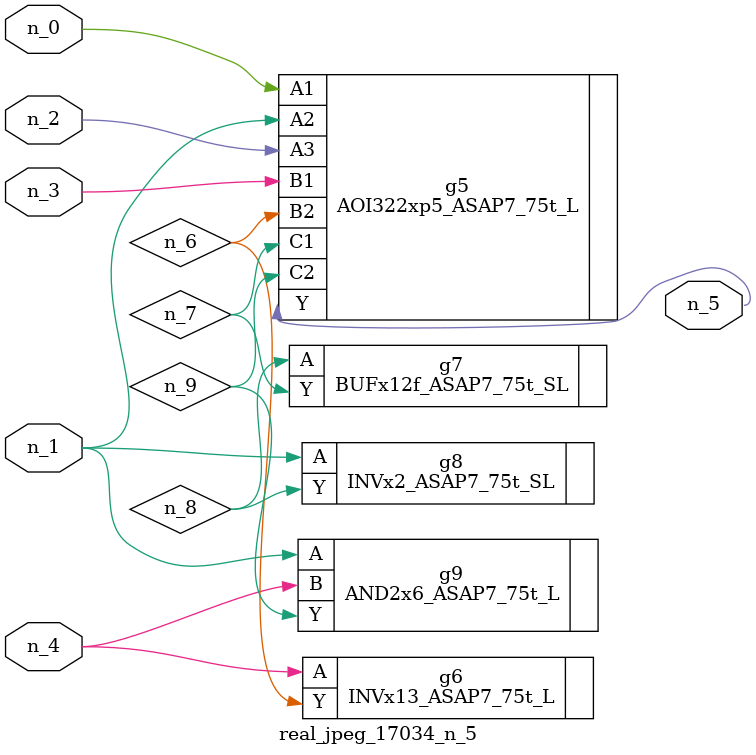
<source format=v>
module real_jpeg_17034_n_5 (n_4, n_0, n_1, n_2, n_3, n_5);

input n_4;
input n_0;
input n_1;
input n_2;
input n_3;

output n_5;

wire n_8;
wire n_6;
wire n_7;
wire n_9;

AOI322xp5_ASAP7_75t_L g5 ( 
.A1(n_0),
.A2(n_1),
.A3(n_2),
.B1(n_3),
.B2(n_6),
.C1(n_7),
.C2(n_9),
.Y(n_5)
);

INVx2_ASAP7_75t_SL g8 ( 
.A(n_1),
.Y(n_8)
);

AND2x6_ASAP7_75t_L g9 ( 
.A(n_1),
.B(n_4),
.Y(n_9)
);

INVx13_ASAP7_75t_L g6 ( 
.A(n_4),
.Y(n_6)
);

BUFx12f_ASAP7_75t_SL g7 ( 
.A(n_8),
.Y(n_7)
);


endmodule
</source>
